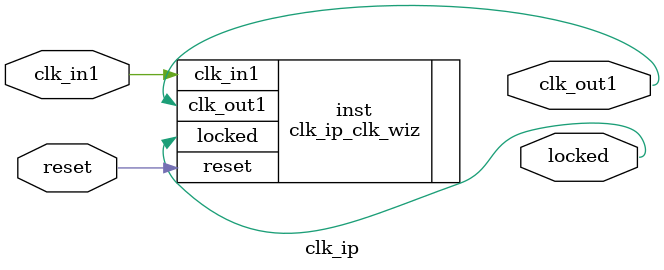
<source format=v>


`timescale 1ps/1ps

(* CORE_GENERATION_INFO = "clk_ip,clk_wiz_v6_0_14_0_0,{component_name=clk_ip,use_phase_alignment=true,use_min_o_jitter=false,use_max_i_jitter=false,use_dyn_phase_shift=false,use_inclk_switchover=false,use_dyn_reconfig=false,enable_axi=0,feedback_source=FDBK_AUTO,PRIMITIVE=MMCM,num_out_clk=1,clkin1_period=10.000,clkin2_period=10.000,use_power_down=false,use_reset=true,use_locked=true,use_inclk_stopped=false,feedback_type=SINGLE,CLOCK_MGR_TYPE=NA,manual_override=false}" *)

module clk_ip 
 (
  // Clock out ports
  output        clk_out1,
  // Status and control signals
  input         reset,
  output        locked,
 // Clock in ports
  input         clk_in1
 );

  clk_ip_clk_wiz inst
  (
  // Clock out ports  
  .clk_out1(clk_out1),
  // Status and control signals               
  .reset(reset), 
  .locked(locked),
 // Clock in ports
  .clk_in1(clk_in1)
  );

endmodule

</source>
